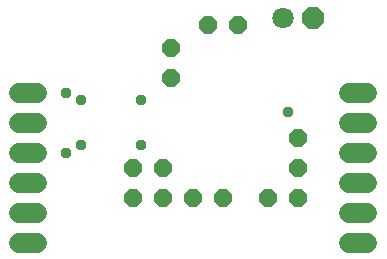
<source format=gbr>
G04 EAGLE Gerber RS-274X export*
G75*
%MOMM*%
%FSLAX34Y34*%
%LPD*%
%INSoldermask Bottom*%
%IPPOS*%
%AMOC8*
5,1,8,0,0,1.08239X$1,22.5*%
G01*
%ADD10P,1.951982X8X22.500000*%
%ADD11C,1.803400*%
%ADD12P,1.649562X8X202.500000*%
%ADD13P,1.649562X8X22.500000*%
%ADD14P,1.649562X8X292.500000*%
%ADD15P,1.649562X8X112.500000*%
%ADD16C,1.727200*%
%ADD17C,0.959600*%


D10*
X266700Y209550D03*
D11*
X241300Y209550D03*
D12*
X254000Y57150D03*
X228600Y57150D03*
D13*
X177800Y203200D03*
X203200Y203200D03*
D14*
X114300Y82550D03*
X114300Y57150D03*
D15*
X146050Y158750D03*
X146050Y184150D03*
X254000Y82550D03*
X254000Y107950D03*
D14*
X139700Y82550D03*
X139700Y57150D03*
D12*
X190500Y57150D03*
X165100Y57150D03*
D16*
X297180Y146050D02*
X312420Y146050D01*
X312420Y120650D02*
X297180Y120650D01*
X297180Y95250D02*
X312420Y95250D01*
X312420Y69850D02*
X297180Y69850D01*
X297180Y44450D02*
X312420Y44450D01*
X312420Y19050D02*
X297180Y19050D01*
X33020Y19050D02*
X17780Y19050D01*
X17780Y44450D02*
X33020Y44450D01*
X33020Y69850D02*
X17780Y69850D01*
X17780Y95250D02*
X33020Y95250D01*
X33020Y120650D02*
X17780Y120650D01*
X17780Y146050D02*
X33020Y146050D01*
D17*
X120650Y101600D03*
X120650Y139700D03*
X69850Y101600D03*
X69850Y139700D03*
X57150Y146050D03*
X57150Y95250D03*
X245364Y129540D03*
M02*

</source>
